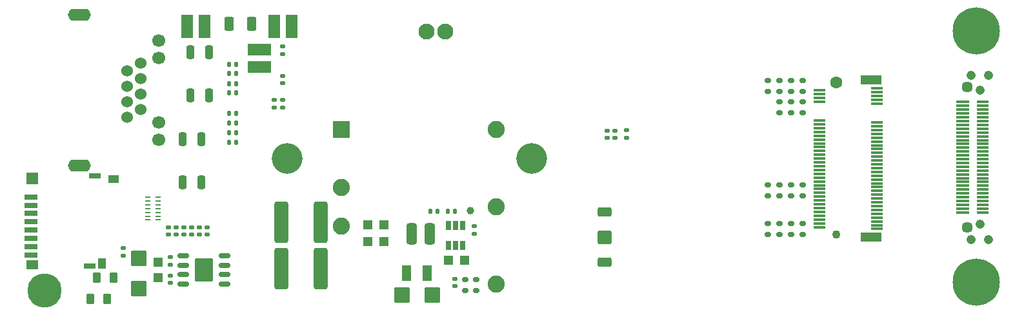
<source format=gbr>
G04 #@! TF.GenerationSoftware,KiCad,Pcbnew,6.0.11+dfsg-1~bpo11+1*
G04 #@! TF.CreationDate,2023-05-25T13:31:40+02:00*
G04 #@! TF.ProjectId,scalenode-cm4-baseboard,7363616c-656e-46f6-9465-2d636d342d62,1.1.1*
G04 #@! TF.SameCoordinates,Original*
G04 #@! TF.FileFunction,Soldermask,Bot*
G04 #@! TF.FilePolarity,Negative*
%FSLAX46Y46*%
G04 Gerber Fmt 4.6, Leading zero omitted, Abs format (unit mm)*
G04 Created by KiCad (PCBNEW 6.0.11+dfsg-1~bpo11+1) date 2023-05-25 13:31:40*
%MOMM*%
%LPD*%
G01*
G04 APERTURE LIST*
G04 Aperture macros list*
%AMRoundRect*
0 Rectangle with rounded corners*
0 $1 Rounding radius*
0 $2 $3 $4 $5 $6 $7 $8 $9 X,Y pos of 4 corners*
0 Add a 4 corners polygon primitive as box body*
4,1,4,$2,$3,$4,$5,$6,$7,$8,$9,$2,$3,0*
0 Add four circle primitives for the rounded corners*
1,1,$1+$1,$2,$3*
1,1,$1+$1,$4,$5*
1,1,$1+$1,$6,$7*
1,1,$1+$1,$8,$9*
0 Add four rect primitives between the rounded corners*
20,1,$1+$1,$2,$3,$4,$5,0*
20,1,$1+$1,$4,$5,$6,$7,0*
20,1,$1+$1,$6,$7,$8,$9,0*
20,1,$1+$1,$8,$9,$2,$3,0*%
%AMFreePoly0*
4,1,46,0.312869,1.975377,0.588081,1.911586,0.851559,1.809654,1.098046,1.671615,1.322624,1.500222,1.520812,1.298896,1.688656,1.071654,1.822807,0.823029,1.920587,0.557982,1.980047,0.281802,2.000000,0.000000,1.996053,-0.125581,1.958446,-0.405575,1.881762,-0.677476,1.767531,-0.935860,1.618034,-1.175571,1.436253,-1.391826,1.225814,-1.580310,0.990917,-1.737263,0.736249,-1.859553,
0.466891,-1.944740,0.188217,-1.991124,-0.094213,-1.997780,-0.374763,-1.964575,-0.647835,-1.892171,-0.907981,-1.782013,-1.150011,-1.636299,-1.369094,-1.457937,-1.560861,-1.250485,-1.721484,-1.018083,-1.847759,-0.765367,-1.937166,-0.497380,-1.987922,-0.219469,-1.999013,0.062822,-1.970219,0.343858,-1.902113,0.618034,-1.796055,0.879878,-1.654161,1.124167,-1.479262,1.346025,-1.274848,1.541026,
-1.044997,1.705280,-0.794296,1.835509,-0.527746,1.929115,-0.250666,1.984229,0.031415,1.999753,0.312869,1.975377,0.312869,1.975377,$1*%
G04 Aperture macros list end*
%ADD10C,6.200000*%
%ADD11C,4.500000*%
%ADD12R,2.250000X2.250000*%
%ADD13C,2.250000*%
%ADD14C,1.524000*%
%ADD15C,1.700000*%
%ADD16O,3.000000X1.600000*%
%ADD17C,2.100000*%
%ADD18RoundRect,0.147500X0.172500X-0.147500X0.172500X0.147500X-0.172500X0.147500X-0.172500X-0.147500X0*%
%ADD19RoundRect,0.120000X-0.280000X0.180000X-0.280000X-0.180000X0.280000X-0.180000X0.280000X0.180000X0*%
%ADD20RoundRect,0.120000X0.280000X-0.180000X0.280000X0.180000X-0.280000X0.180000X-0.280000X-0.180000X0*%
%ADD21C,1.100000*%
%ADD22C,1.600000*%
%ADD23R,1.550000X0.300000*%
%ADD24R,2.750000X1.200000*%
%ADD25R,1.200000X1.200000*%
%ADD26RoundRect,0.147500X0.147500X0.172500X-0.147500X0.172500X-0.147500X-0.172500X0.147500X-0.172500X0*%
%ADD27R,0.740000X0.220000*%
%ADD28RoundRect,0.337500X0.337500X1.062500X-0.337500X1.062500X-0.337500X-1.062500X0.337500X-1.062500X0*%
%ADD29R,3.050000X1.520000*%
%ADD30FreePoly0,0.000000*%
%ADD31RoundRect,0.147500X-0.172500X0.147500X-0.172500X-0.147500X0.172500X-0.147500X0.172500X0.147500X0*%
%ADD32R,1.750000X0.700000*%
%ADD33R,1.000000X1.400000*%
%ADD34R,1.400000X1.000000*%
%ADD35R,1.500000X0.800000*%
%ADD36R,1.500000X1.500000*%
%ADD37R,1.500000X1.300000*%
%ADD38RoundRect,0.180000X-0.420000X-0.720000X0.420000X-0.720000X0.420000X0.720000X-0.420000X0.720000X0*%
%ADD39R,1.520000X3.050000*%
%ADD40R,0.700000X1.200000*%
%ADD41C,1.208000*%
%ADD42R,1.630000X0.300000*%
%ADD43R,1.800000X0.300000*%
%ADD44C,1.450000*%
%ADD45RoundRect,0.180000X-0.720000X0.420000X-0.720000X-0.420000X0.720000X-0.420000X0.720000X0.420000X0*%
%ADD46RoundRect,0.180000X0.720000X-0.420000X0.720000X0.420000X-0.720000X0.420000X-0.720000X-0.420000X0*%
%ADD47C,1.000000*%
%ADD48RoundRect,0.162500X-0.600000X0.162500X-0.600000X-0.162500X0.600000X-0.162500X0.600000X0.162500X0*%
%ADD49RoundRect,0.114500X-1.030500X-1.435500X1.030500X-1.435500X1.030500X1.435500X-1.030500X1.435500X0*%
%ADD50RoundRect,0.147500X-0.147500X-0.172500X0.147500X-0.172500X0.147500X0.172500X-0.147500X0.172500X0*%
%ADD51R,1.143000X2.032000*%
%ADD52RoundRect,0.200000X0.800000X0.850000X-0.800000X0.850000X-0.800000X-0.850000X0.800000X-0.850000X0*%
%ADD53RoundRect,0.250000X0.650000X2.450000X-0.650000X2.450000X-0.650000X-2.450000X0.650000X-2.450000X0*%
%ADD54RoundRect,0.150000X-0.350000X-0.550000X0.350000X-0.550000X0.350000X0.550000X-0.350000X0.550000X0*%
%ADD55RoundRect,0.250000X0.250000X-0.650000X0.250000X0.650000X-0.250000X0.650000X-0.250000X-0.650000X0*%
%ADD56RoundRect,0.250000X-0.250000X0.650000X-0.250000X-0.650000X0.250000X-0.650000X0.250000X0.650000X0*%
%ADD57RoundRect,0.200000X0.850000X-0.800000X0.850000X0.800000X-0.850000X0.800000X-0.850000X-0.800000X0*%
G04 APERTURE END LIST*
D10*
X200341000Y-93092000D03*
X200341000Y-60092000D03*
D11*
X78126000Y-94198000D03*
D12*
X117090000Y-73050000D03*
D13*
X117090000Y-80668000D03*
X117090000Y-85748000D03*
X137408000Y-93368000D03*
X137408000Y-83209000D03*
X137408000Y-73050000D03*
D12*
X117090000Y-73050000D03*
D13*
X117090000Y-80668000D03*
X117090000Y-85748000D03*
X137408000Y-93368000D03*
X137408000Y-83209000D03*
X137408000Y-73050000D03*
D14*
X88923000Y-71450000D03*
X90703000Y-70430000D03*
X88923000Y-69410000D03*
X90703000Y-68390000D03*
X88923000Y-67370000D03*
X90703000Y-66349000D03*
X88923000Y-65330000D03*
X90703000Y-64309000D03*
D15*
X93064000Y-74409000D03*
X93064000Y-72119000D03*
X93063000Y-63658000D03*
X93063000Y-61369000D03*
D16*
X82658000Y-57965000D03*
X82658000Y-77834000D03*
D17*
X130700000Y-60200000D03*
X128201000Y-60200000D03*
D18*
X99452000Y-86860000D03*
X99452000Y-85890000D03*
X98436000Y-86860000D03*
X98436000Y-85890000D03*
X97420000Y-86860000D03*
X97420000Y-85890000D03*
X96404000Y-86860000D03*
X96404000Y-85890000D03*
X95388000Y-86860000D03*
X95388000Y-85890000D03*
X94372000Y-86860000D03*
X94372000Y-85890000D03*
D19*
X174546000Y-69446000D03*
X174546000Y-70846000D03*
X177594000Y-69446000D03*
X177594000Y-70846000D03*
D20*
X176070000Y-68052000D03*
X176070000Y-66652000D03*
X173022000Y-81768000D03*
X173022000Y-80368000D03*
D19*
X176070000Y-69446000D03*
X176070000Y-70846000D03*
X177594000Y-85448000D03*
X177594000Y-86848000D03*
D20*
X176070000Y-81768000D03*
X176070000Y-80368000D03*
X174546000Y-81768000D03*
X174546000Y-80368000D03*
D21*
X182040000Y-86877000D03*
D22*
X182040000Y-66880000D03*
D23*
X187314000Y-86127000D03*
X179766000Y-85880000D03*
X187314000Y-85630000D03*
X179766000Y-85380000D03*
X187314000Y-85130000D03*
X179766000Y-84878000D03*
X187314000Y-84629000D03*
X179766000Y-84379000D03*
X187314000Y-84129000D03*
X179766000Y-83879000D03*
X187314000Y-83629000D03*
X179766000Y-83379000D03*
X187314000Y-83129000D03*
X179766000Y-82879000D03*
X187314000Y-82629000D03*
X179766000Y-82379000D03*
X187314000Y-82129000D03*
X179766000Y-81879000D03*
X187314000Y-81629000D03*
X179766000Y-81379000D03*
X187314000Y-81129000D03*
X179766000Y-80879000D03*
X187314000Y-80628000D03*
X179766000Y-80378000D03*
X187314000Y-80128000D03*
X179766000Y-79878000D03*
X187314000Y-79628000D03*
X179766000Y-79378000D03*
X187314000Y-79128000D03*
X179766000Y-78878000D03*
X187314000Y-78629000D03*
X179766000Y-78379000D03*
X187314000Y-78129000D03*
X179766000Y-77879000D03*
X187314000Y-77628000D03*
X179766000Y-77378000D03*
X187314000Y-77128000D03*
X179766000Y-76878000D03*
X187314000Y-76629000D03*
X179766000Y-76379000D03*
X187314000Y-76129000D03*
X179766000Y-75879000D03*
X187314000Y-75628000D03*
X179766000Y-75378000D03*
X187314000Y-75128000D03*
X179766000Y-74878000D03*
X187314000Y-74628000D03*
X179766000Y-74378000D03*
X187314000Y-74128000D03*
X179766000Y-73878000D03*
X187314000Y-73628000D03*
X179766000Y-73378000D03*
X187314000Y-73128000D03*
X179766000Y-72878000D03*
X187314000Y-72629000D03*
X179766000Y-72379000D03*
X187314000Y-72129000D03*
X179766000Y-71879000D03*
X187314000Y-69629000D03*
X179766000Y-69379000D03*
X187314000Y-69129000D03*
X179766000Y-68879000D03*
X187314000Y-68630000D03*
X179766000Y-68380000D03*
X187314000Y-68130000D03*
X179766000Y-67880000D03*
X187314000Y-67630000D03*
D24*
X186539000Y-66528000D03*
X186539000Y-87229000D03*
D20*
X177594000Y-81768000D03*
X177594000Y-80368000D03*
D19*
X173022000Y-85448000D03*
X173022000Y-86848000D03*
D20*
X177594000Y-68052000D03*
X177594000Y-66652000D03*
D25*
X122650000Y-85600000D03*
X120550000Y-85600000D03*
D26*
X129685000Y-83800000D03*
X128715000Y-83800000D03*
D27*
X91659000Y-82941000D03*
X93000000Y-81941000D03*
X91659000Y-81941000D03*
X91659000Y-82441000D03*
X93000000Y-82441000D03*
X93000000Y-82941000D03*
X91659000Y-83440000D03*
X93000000Y-83440000D03*
X93000000Y-83940000D03*
X91659000Y-83940000D03*
X91659000Y-84440000D03*
X93000000Y-84440000D03*
X93000000Y-84940000D03*
X91659000Y-84940000D03*
D25*
X131150000Y-90200000D03*
X133250000Y-90200000D03*
D28*
X128676000Y-86750000D03*
X126325000Y-86750000D03*
D29*
X106306000Y-62567000D03*
X106306000Y-64857000D03*
D30*
X142039000Y-76877000D03*
D26*
X131985000Y-83800000D03*
X131015000Y-83800000D03*
D31*
X88425000Y-88671000D03*
X88425000Y-89641000D03*
D20*
X173022000Y-68052000D03*
X173022000Y-66652000D03*
X174546000Y-68052000D03*
X174546000Y-66652000D03*
D19*
X176070000Y-85448000D03*
X176070000Y-86848000D03*
X174546000Y-85448000D03*
X174546000Y-86848000D03*
D25*
X122650000Y-87800000D03*
X120550000Y-87800000D03*
D18*
X152925800Y-74185400D03*
X152925800Y-73217400D03*
X151935200Y-74185400D03*
X151935200Y-73217400D03*
D32*
X76350000Y-81900000D03*
X76350000Y-83000000D03*
X76350000Y-84099000D03*
X76350000Y-85200000D03*
X76350000Y-86300000D03*
X76350000Y-87399000D03*
X76350000Y-88500000D03*
X76350000Y-89600000D03*
D33*
X85654000Y-90699000D03*
D34*
X87135000Y-79600000D03*
D35*
X84084000Y-91000000D03*
D36*
X76475000Y-79449000D03*
D37*
X76475000Y-90800000D03*
D35*
X84734000Y-79150000D03*
D38*
X102318000Y-59130000D03*
X105317000Y-59130000D03*
D31*
X109387000Y-62153000D03*
X109387000Y-63123000D03*
D39*
X110551000Y-59511000D03*
X108261000Y-59511000D03*
D31*
X154482800Y-73149600D03*
X154482800Y-74119600D03*
X108300000Y-69174000D03*
X108300000Y-70144000D03*
D40*
X133002000Y-88286000D03*
X132052000Y-88286000D03*
X131103000Y-88286000D03*
X131103000Y-85685000D03*
X132052000Y-85685000D03*
X133002000Y-85685000D03*
D31*
X109337000Y-69176000D03*
X109337000Y-70146000D03*
X109390000Y-66011000D03*
X109390000Y-66981000D03*
D30*
X109939000Y-76877000D03*
D31*
X134500000Y-85766000D03*
X134500000Y-86734000D03*
D41*
X201980000Y-87500000D03*
X199731000Y-87500000D03*
X201980000Y-65899000D03*
X199731000Y-65899000D03*
X200860000Y-85524000D03*
X200860000Y-67875000D03*
D42*
X201245000Y-83949000D03*
D43*
X198581000Y-83949000D03*
D42*
X201245000Y-83449000D03*
D43*
X198581000Y-83449000D03*
D42*
X201245000Y-82949000D03*
D43*
X198581000Y-82949000D03*
D42*
X201245000Y-82449000D03*
D43*
X198581000Y-82449000D03*
D42*
X201245000Y-81949000D03*
D43*
X198581000Y-81949000D03*
D42*
X201245000Y-81449000D03*
D43*
X198581000Y-81449000D03*
D42*
X201245000Y-80949000D03*
D43*
X198581000Y-80949000D03*
D42*
X201245000Y-80449000D03*
D43*
X198581000Y-80449000D03*
D42*
X201245000Y-79949000D03*
D43*
X198581000Y-79949000D03*
D42*
X201245000Y-79449000D03*
D43*
X198581000Y-79449000D03*
D42*
X201245000Y-78949000D03*
D43*
X198581000Y-78949000D03*
D42*
X201245000Y-78449000D03*
D43*
X198581000Y-78449000D03*
D42*
X201245000Y-77949000D03*
D43*
X198581000Y-77949000D03*
D42*
X201245000Y-77449000D03*
D43*
X198581000Y-77449000D03*
D42*
X201245000Y-76949000D03*
D43*
X198581000Y-76949000D03*
D42*
X201245000Y-76450000D03*
D43*
X198581000Y-76450000D03*
D42*
X201245000Y-75950000D03*
D43*
X198581000Y-75950000D03*
D42*
X201245000Y-75450000D03*
D43*
X198581000Y-75450000D03*
D42*
X201245000Y-74950000D03*
D43*
X198581000Y-74950000D03*
D42*
X201245000Y-74450000D03*
D43*
X198581000Y-74450000D03*
D42*
X201245000Y-73950000D03*
D43*
X198581000Y-73950000D03*
D42*
X201245000Y-73450000D03*
D43*
X198581000Y-73450000D03*
D42*
X201245000Y-72950000D03*
D43*
X198581000Y-72950000D03*
D42*
X201245000Y-72450000D03*
D43*
X198581000Y-72450000D03*
D42*
X201245000Y-71950000D03*
D43*
X198581000Y-71950000D03*
D42*
X201245000Y-71450000D03*
D43*
X198581000Y-71450000D03*
D42*
X201245000Y-70950000D03*
D43*
X198581000Y-70950000D03*
D42*
X201245000Y-70450000D03*
D43*
X198581000Y-70450000D03*
D42*
X201245000Y-69950000D03*
D43*
X198581000Y-69950000D03*
D42*
X201245000Y-69450000D03*
D43*
X198581000Y-69450000D03*
D44*
X199181000Y-85949000D03*
X199181000Y-67450000D03*
D45*
X151600000Y-87500000D03*
X151600000Y-90499000D03*
D46*
X151600000Y-86900000D03*
X151600000Y-83901000D03*
D47*
X134000000Y-83750000D03*
D48*
X96336000Y-93411000D03*
X96336000Y-92141000D03*
X96336000Y-90875000D03*
X96336000Y-89604000D03*
X101762000Y-89604000D03*
X101762000Y-90875000D03*
X101762000Y-92141000D03*
X101762000Y-93411000D03*
D49*
X99050000Y-91506000D03*
D20*
X134800000Y-94196000D03*
X134800000Y-92796000D03*
D50*
X102316000Y-74756000D03*
X103284000Y-74756000D03*
X102316000Y-64506000D03*
X103284000Y-64506000D03*
D18*
X132000000Y-93665000D03*
X132000000Y-92697000D03*
D51*
X128350000Y-91896000D03*
X125650000Y-91896000D03*
D50*
X102315000Y-65706000D03*
X103285000Y-65706000D03*
D20*
X133300000Y-94196000D03*
X133300000Y-92796000D03*
D50*
X102315000Y-68206000D03*
X103285000Y-68206000D03*
D39*
X99145000Y-59506000D03*
X96855000Y-59506000D03*
D52*
X125001000Y-94796000D03*
X129000000Y-94796000D03*
D53*
X114316000Y-85212000D03*
X109216000Y-85212000D03*
D54*
X84100000Y-95301000D03*
X86300000Y-95301000D03*
D55*
X99681000Y-68597000D03*
X97230000Y-68597000D03*
X97230000Y-62896000D03*
X99681000Y-62896000D03*
D54*
X85000000Y-92501000D03*
X87200000Y-92501000D03*
D56*
X96244000Y-74285000D03*
X98695000Y-74285000D03*
X98695000Y-79986000D03*
X96244000Y-79986000D03*
D50*
X102315000Y-70906000D03*
X103285000Y-70906000D03*
D57*
X90500000Y-90007000D03*
X90500000Y-94006000D03*
D50*
X102315000Y-73506000D03*
X103285000Y-73506000D03*
D53*
X114316000Y-91312000D03*
X109216000Y-91312000D03*
D50*
X102301000Y-67006000D03*
X103269000Y-67006000D03*
X102316000Y-72206000D03*
X103284000Y-72206000D03*
D18*
X94650000Y-90791000D03*
X94650000Y-89821000D03*
D25*
X93000000Y-92556000D03*
X93000000Y-90456000D03*
D18*
X94650000Y-93241000D03*
X94650000Y-92271000D03*
M02*

</source>
